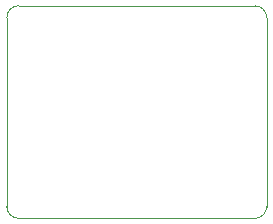
<source format=gbr>
%TF.GenerationSoftware,KiCad,Pcbnew,8.0.2*%
%TF.CreationDate,2024-11-23T19:12:39+01:00*%
%TF.ProjectId,NTR-Subcard,4e54522d-5375-4626-9361-72642e6b6963,rev?*%
%TF.SameCoordinates,Original*%
%TF.FileFunction,Profile,NP*%
%FSLAX46Y46*%
G04 Gerber Fmt 4.6, Leading zero omitted, Abs format (unit mm)*
G04 Created by KiCad (PCBNEW 8.0.2) date 2024-11-23 19:12:39*
%MOMM*%
%LPD*%
G01*
G04 APERTURE LIST*
%TA.AperFunction,Profile*%
%ADD10C,0.050000*%
%TD*%
G04 APERTURE END LIST*
D10*
X119500000Y-83000000D02*
X99500000Y-83000000D01*
X98500000Y-66000000D02*
G75*
G02*
X99500000Y-65000000I1000000J0D01*
G01*
X119500000Y-65000000D02*
G75*
G02*
X120500000Y-66000000I0J-1000000D01*
G01*
X99500000Y-65000000D02*
X119500000Y-65000000D01*
X120500000Y-82000000D02*
G75*
G02*
X119500000Y-83000000I-1000000J0D01*
G01*
X99500000Y-83000000D02*
G75*
G02*
X98500000Y-82000000I0J1000000D01*
G01*
X98500000Y-82000000D02*
X98500000Y-66000000D01*
X120500000Y-66000000D02*
X120500000Y-82000000D01*
M02*

</source>
